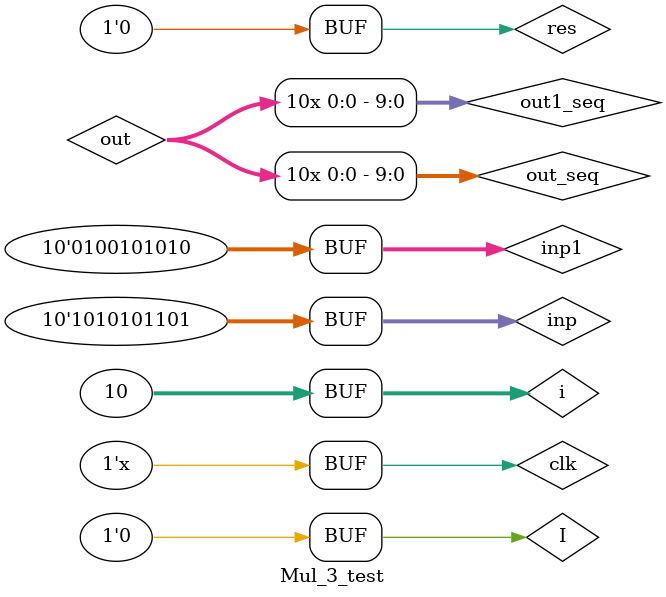
<source format=v>
`timescale 1ns / 1ps


module Mul_3_test;

	// Inputs
	reg I;
	reg clk;
	reg res;

	// Outputs
	wire out;

	// Instantiate the Unit Under Test (UUT)
	Multiple_of_3 uut (
		.I(I), 
		.clk(clk), 
		.res(res), 
		.out(out)
	);
	reg [9:0]inp;
	reg [9:0] inp1;
	reg [9:0] out_seq;
	reg [9:0] out1_seq;
	integer i;
	initial begin
		// Initialize Inputs
		inp[9:0] = 10'b1010101101;
		inp1[9:0] = 10'b100101010;
		I = 0;
		clk = 0;
		res = 1;

		// Wait 100 ns for global reset to finish
      #10;
		// Add stimulus here
		res = 0;
		for(i=0;i<10;i=i+1) begin
			I = inp[i];
			#4;
			out_seq[i] = out;
		end
		
		res = 1;
		#12;
		res = 0;
		for(i=0;i<10;i=i+1) begin
			I = inp1[i];
			#2;
			out1_seq[i] = out;
			#4;
		end
	end
	always begin
		#2 clk = !clk;
	end
      
endmodule


</source>
